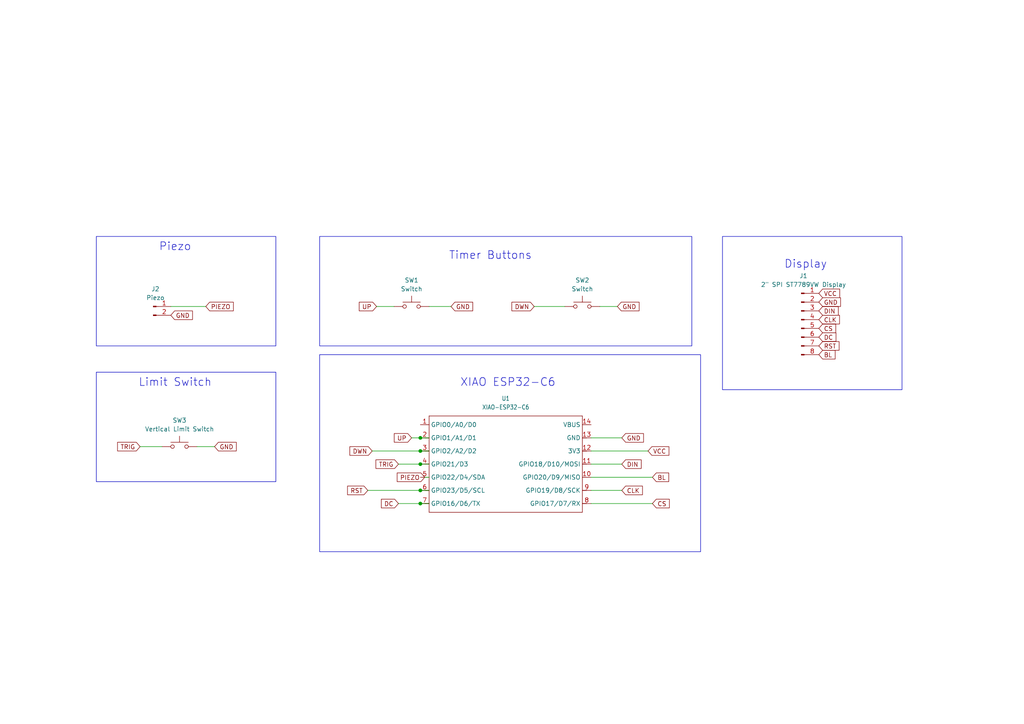
<source format=kicad_sch>
(kicad_sch (version 20231120) (generator "eeschema") (generator_version "8.0")
  (paper "A4")
  (lib_symbols
    (symbol "2{dblquote} SPI ST7789VW Display_1" (pin_names (offset 1.016) hide)
      (property "Reference" "J" (at 0 10.16 0))
      (property "Value" "2{dblquote} SPI ST7789VW Display" (at 0 -12.7 0))
      (symbol "2{dblquote} SPI ST7789VW Display_1_1_1"
        (polyline (pts (xy 1.27 -10.16) (xy 0.8636 -10.16)) (stroke (width 0.1524)))
        (polyline (pts (xy 1.27 -7.62) (xy 0.8636 -7.62)) (stroke (width 0.1524)))
        (polyline (pts (xy 1.27 -5.08) (xy 0.8636 -5.08)) (stroke (width 0.1524)))
        (polyline (pts (xy 1.27 -2.54) (xy 0.8636 -2.54)) (stroke (width 0.1524)))
        (polyline (pts (xy 1.27 0) (xy 0.8636 0)) (stroke (width 0.1524)))
        (polyline (pts (xy 1.27 2.54) (xy 0.8636 2.54)) (stroke (width 0.1524)))
        (polyline (pts (xy 1.27 5.08) (xy 0.8636 5.08)) (stroke (width 0.1524)))
        (polyline (pts (xy 1.27 7.62) (xy 0.8636 7.62)) (stroke (width 0.1524)))
        (rectangle (start 0.8636 -10.033) (end 0 -10.287) (stroke (width 0.1524)) (fill (type outline)))
        (rectangle (start 0.8636 -7.493) (end 0 -7.747) (stroke (width 0.1524)) (fill (type outline)))
        (rectangle (start 0.8636 -4.953) (end 0 -5.207) (stroke (width 0.1524)) (fill (type outline)))
        (rectangle (start 0.8636 -2.413) (end 0 -2.667) (stroke (width 0.1524)) (fill (type outline)))
        (rectangle (start 0.8636 0.127) (end 0 -0.127) (stroke (width 0.1524)) (fill (type outline)))
        (rectangle (start 0.8636 2.667) (end 0 2.413) (stroke (width 0.1524)) (fill (type outline)))
        (rectangle (start 0.8636 5.207) (end 0 4.953) (stroke (width 0.1524)) (fill (type outline)))
        (rectangle (start 0.8636 7.747) (end 0 7.493) (stroke (width 0.1524)) (fill (type outline)))
        (pin passive line (at 5.08 7.62 180) (length 3.81) (name "Pin_1") (number "1"))
        (pin passive line (at 5.08 5.08 180) (length 3.81) (name "Pin_2") (number "2"))
        (pin passive line (at 5.08 2.54 180) (length 3.81) (name "Pin_3") (number "3"))
        (pin passive line (at 5.08 0 180) (length 3.81) (name "Pin_4") (number "4"))
        (pin passive line (at 5.08 -2.54 180) (length 3.81) (name "Pin_5") (number "5"))
        (pin passive line (at 5.08 -5.08 180) (length 3.81) (name "Pin_6") (number "6"))
        (pin passive line (at 5.08 -7.62 180) (length 3.81) (name "Pin_7") (number "7"))
        (pin passive line (at 5.08 -10.16 180) (length 3.81) (name "Pin_8") (number "8"))
      )
    )
    (symbol "Connector:Conn_01x02_Pin" (pin_names (offset 1.016) hide)
      (property "Reference" "J" (at 0 2.54 0))
      (property "Value" "Conn_01x02_Pin" (at 0 -5.08 0))
      (symbol "Conn_01x02_Pin_1_1"
        (polyline (pts (xy 1.27 -2.54) (xy 0.8636 -2.54)) (stroke (width 0.1524)))
        (polyline (pts (xy 1.27 0) (xy 0.8636 0)) (stroke (width 0.1524)))
        (rectangle (start 0.8636 -2.413) (end 0 -2.667) (stroke (width 0.1524)) (fill (type outline)))
        (rectangle (start 0.8636 0.127) (end 0 -0.127) (stroke (width 0.1524)) (fill (type outline)))
        (pin passive line (at 5.08 0 180) (length 3.81) (name "Pin_1") (number "1"))
        (pin passive line (at 5.08 -2.54 180) (length 3.81) (name "Pin_2") (number "2"))
      )
    )
    (symbol "ScottoKeebs:Placeholder_Switch" (pin_numbers hide) (pin_names (offset 1.016) hide)
      (property "Reference" "SW" (at 1.27 2.54 0))
      (property "Value" "Switch" (at 0 -1.524 0))
      (symbol "Placeholder_Switch_0_1"
        (circle (center -2.032 0) (radius 0.508))
        (polyline (pts (xy 0 1.27) (xy 0 3.048)))
        (polyline (pts (xy 2.54 1.27) (xy -2.54 1.27)))
        (circle (center 2.032 0) (radius 0.508))
        (pin passive line (at -5.08 0 0) (length 2.54) (name "1") (number "1"))
        (pin passive line (at 5.08 0 180) (length 2.54) (name "2") (number "2"))
      )
    )
    (symbol "Seeed Studio:XIAO_ESP32-C6-DIP"
      (property "Reference" "U" (at -20.574 17.018 0))
      (property "Value" "XIAO-ESP32-C6" (at -15.24 14.986 0))
      (symbol "XIAO_ESP32-C6-DIP_1_0"
        (polyline (pts (xy -21.59 -13.97) (xy -21.59 0)) (stroke (width 0.1524)))
        (polyline (pts (xy -21.59 -11.43) (xy -22.86 -11.43)) (stroke (width 0.1524)))
        (polyline (pts (xy -21.59 -7.62) (xy -22.86 -7.62)) (stroke (width 0.1524)))
        (polyline (pts (xy -21.59 -3.81) (xy -22.86 -3.81)) (stroke (width 0.1524)))
        (polyline (pts (xy -21.59 0) (xy -22.86 0)) (stroke (width 0.1524)))
        (polyline (pts (xy -21.59 0) (xy -21.59 3.81)) (stroke (width 0.1524)))
        (polyline (pts (xy -21.59 3.81) (xy -22.86 3.81)) (stroke (width 0.1524)))
        (polyline (pts (xy -21.59 3.81) (xy -21.59 7.62)) (stroke (width 0.1524)))
        (polyline (pts (xy -21.59 7.62) (xy -22.86 7.62)) (stroke (width 0.1524)))
        (polyline (pts (xy -21.59 7.62) (xy -21.59 11.43)) (stroke (width 0.1524)))
        (polyline (pts (xy -21.59 11.43) (xy -22.86 11.43)) (stroke (width 0.1524)))
        (polyline (pts (xy -21.59 11.43) (xy -21.59 13.97)) (stroke (width 0.1524)))
        (polyline (pts (xy -21.59 13.97) (xy 22.86 13.97)) (stroke (width 0.1524)))
        (polyline (pts (xy 22.86 -13.97) (xy -21.59 -13.97)) (stroke (width 0.1524)))
        (polyline (pts (xy 22.86 3.81) (xy 22.86 -13.97)) (stroke (width 0.1524)))
        (polyline (pts (xy 22.86 7.62) (xy 22.86 3.81)) (stroke (width 0.1524)))
        (polyline (pts (xy 22.86 11.43) (xy 22.86 7.62)) (stroke (width 0.1524)))
        (polyline (pts (xy 22.86 13.97) (xy 22.86 11.43)) (stroke (width 0.1524)))
        (polyline (pts (xy 24.13 -11.43) (xy 22.86 -11.43)) (stroke (width 0.1524)))
        (polyline (pts (xy 24.13 -7.62) (xy 22.86 -7.62)) (stroke (width 0.1524)))
        (polyline (pts (xy 24.13 -3.81) (xy 22.86 -3.81)) (stroke (width 0.1524)))
        (polyline (pts (xy 24.13 0) (xy 22.86 0)) (stroke (width 0.1524)))
        (polyline (pts (xy 24.13 3.81) (xy 22.86 3.81)) (stroke (width 0.1524)))
        (polyline (pts (xy 24.13 7.62) (xy 22.86 7.62)) (stroke (width 0.1524)))
        (polyline (pts (xy 24.13 11.43) (xy 22.86 11.43)) (stroke (width 0.1524)))
        (pin passive line (at -24.13 11.43 0) (length 2.54) (name "GPIO0/A0/D0") (number "1"))
        (pin passive line (at 25.4 -3.81 180) (length 2.54) (name "GPIO20/D9/MISO") (number "10"))
        (pin passive line (at 25.4 0 180) (length 2.54) (name "GPIO18/D10/MOSI") (number "11"))
        (pin passive line (at 25.4 3.81 180) (length 2.54) (name "3V3") (number "12"))
        (pin passive line (at 25.4 7.62 180) (length 2.54) (name "GND") (number "13"))
        (pin passive line (at 25.4 11.43 180) (length 2.54) (name "VBUS") (number "14"))
        (pin passive line (at -24.13 7.62 0) (length 2.54) (name "GPIO1/A1/D1") (number "2"))
        (pin passive line (at -24.13 3.81 0) (length 2.54) (name "GPIO2/A2/D2") (number "3"))
        (pin passive line (at -24.13 0 0) (length 2.54) (name "GPIO21/D3") (number "4"))
        (pin passive line (at -24.13 -3.81 0) (length 2.54) (name "GPIO22/D4/SDA") (number "5"))
        (pin passive line (at -24.13 -7.62 0) (length 2.54) (name "GPIO23/D5/SCL") (number "6"))
        (pin passive line (at -24.13 -11.43 0) (length 2.54) (name "GPIO16/D6/TX") (number "7"))
        (pin passive line (at 25.4 -11.43 180) (length 2.54) (name "GPIO17/D7/RX") (number "8"))
        (pin passive line (at 25.4 -7.62 180) (length 2.54) (name "GPIO19/D8/SCK") (number "9"))
      )
    )
  )
  (junction (at 121.92 127))
  (junction (at 121.92 146.05))
  (junction (at 121.92 130.81))
  (junction (at 121.92 142.24))
  (junction (at 121.92 134.62))
  (wire (pts (xy 171.45 130.81) (xy 187.96 130.81)))
  (wire (pts (xy 115.57 134.62) (xy 121.92 134.62)))
  (wire (pts (xy 173.99 88.9) (xy 179.07 88.9)))
  (wire (pts (xy 59.69 88.9) (xy 49.53 88.9)))
  (wire (pts (xy 123.19 138.43) (xy 124.46 138.43)))
  (wire (pts (xy 109.22 88.9) (xy 114.3 88.9)))
  (wire (pts (xy 154.94 88.9) (xy 163.83 88.9)))
  (wire (pts (xy 40.64 129.54) (xy 46.99 129.54)))
  (wire (pts (xy 121.92 142.24) (xy 124.46 142.24)))
  (wire (pts (xy 57.15 129.54) (xy 62.23 129.54)))
  (wire (pts (xy 121.92 146.05) (xy 124.46 146.05)))
  (wire (pts (xy 121.92 130.81) (xy 124.46 130.81)))
  (wire (pts (xy 115.57 146.05) (xy 121.92 146.05)))
  (wire (pts (xy 124.46 88.9) (xy 130.81 88.9)))
  (wire (pts (xy 171.45 138.43) (xy 189.23 138.43)))
  (wire (pts (xy 171.45 127) (xy 180.34 127)))
  (wire (pts (xy 121.92 127) (xy 124.46 127)))
  (wire (pts (xy 171.45 146.05) (xy 189.23 146.05)))
  (wire (pts (xy 119.38 127) (xy 121.92 127)))
  (wire (pts (xy 171.45 142.24) (xy 180.34 142.24)))
  (wire (pts (xy 107.95 130.81) (xy 121.92 130.81)))
  (wire (pts (xy 121.92 134.62) (xy 124.46 134.62)))
  (wire (pts (xy 171.45 134.62) (xy 180.34 134.62)))
  (wire (pts (xy 106.68 142.24) (xy 121.92 142.24)))
  (rectangle (start 209.55 68.58) (end 261.62 113.03))
  (rectangle (start 92.71 68.58) (end 200.66 100.33))
  (rectangle (start 92.71 102.87) (end 203.2 160.02))
  (rectangle (start 27.94 107.95) (end 80.01 139.7))
  (rectangle (start 27.94 68.58) (end 80.01 100.33))
  (text "XIAO ESP32-C6" (at 147.32 110.998 0) (effects (font (size 2.286 2.286))))
  (text "Piezo\n" (at 50.8 71.628 0) (effects (font (size 2.286 2.286))))
  (text "Limit Switch\n" (at 50.8 110.998 0) (effects (font (size 2.286 2.286))))
  (text "Timer Buttons\n" (at 142.24 74.168 0) (effects (font (size 2.286 2.286))))
  (text "Display" (at 233.68 76.708 0) (effects (font (size 2.286 2.286))))
  (global_label "TRIG" (shape input) (at 40.64 129.54 180) (property "Intersheetrefs" "${INTERSHEET_REFS}" (effects (hide yes))))
  (global_label "CS" (shape input) (at 237.49 95.25 0) (property "Intersheetrefs" "${INTERSHEET_REFS}" (effects (hide yes))))
  (global_label "CS" (shape input) (at 189.23 146.05 0) (property "Intersheetrefs" "${INTERSHEET_REFS}" (effects (hide yes))))
  (global_label "RST" (shape input) (at 106.68 142.24 180) (property "Intersheetrefs" "${INTERSHEET_REFS}" (effects (hide yes))))
  (global_label "BL" (shape input) (at 189.23 138.43 0) (property "Intersheetrefs" "${INTERSHEET_REFS}" (effects (hide yes))))
  (global_label "GND" (shape input) (at 179.07 88.9 0) (property "Intersheetrefs" "${INTERSHEET_REFS}" (effects (hide yes))))
  (global_label "GND" (shape input) (at 237.49 87.63 0) (property "Intersheetrefs" "${INTERSHEET_REFS}" (effects (hide yes))))
  (global_label "GND" (shape input) (at 49.53 91.44 0) (property "Intersheetrefs" "${INTERSHEET_REFS}" (effects (hide yes))))
  (global_label "TRIG" (shape input) (at 115.57 134.62 180) (property "Intersheetrefs" "${INTERSHEET_REFS}" (effects (hide yes))))
  (global_label "DIN" (shape input) (at 180.34 134.62 0) (property "Intersheetrefs" "${INTERSHEET_REFS}" (effects (hide yes))))
  (global_label "GND" (shape input) (at 130.81 88.9 0) (property "Intersheetrefs" "${INTERSHEET_REFS}" (effects (hide yes))))
  (global_label "DC" (shape input) (at 115.57 146.05 180) (property "Intersheetrefs" "${INTERSHEET_REFS}" (effects (hide yes))))
  (global_label "PIEZO" (shape input) (at 59.69 88.9 0) (property "Intersheetrefs" "${INTERSHEET_REFS}" (effects (hide yes))))
  (global_label "GND" (shape input) (at 62.23 129.54 0) (property "Intersheetrefs" "${INTERSHEET_REFS}" (effects (hide yes))))
  (global_label "VCC" (shape input) (at 187.96 130.81 0) (property "Intersheetrefs" "${INTERSHEET_REFS}" (effects (hide yes))))
  (global_label "RST" (shape input) (at 237.49 100.33 0) (property "Intersheetrefs" "${INTERSHEET_REFS}" (effects (hide yes))))
  (global_label "GND" (shape input) (at 180.34 127 0) (property "Intersheetrefs" "${INTERSHEET_REFS}" (effects (hide yes))))
  (global_label "DC" (shape input) (at 237.49 97.79 0) (property "Intersheetrefs" "${INTERSHEET_REFS}" (effects (hide yes))))
  (global_label "DWN" (shape input) (at 154.94 88.9 180) (property "Intersheetrefs" "${INTERSHEET_REFS}" (effects (hide yes))))
  (global_label "DWN" (shape input) (at 107.95 130.81 180) (property "Intersheetrefs" "${INTERSHEET_REFS}" (effects (hide yes))))
  (global_label "DIN" (shape input) (at 237.49 90.17 0) (property "Intersheetrefs" "${INTERSHEET_REFS}" (effects (hide yes))))
  (global_label "UP" (shape input) (at 119.38 127 180) (property "Intersheetrefs" "${INTERSHEET_REFS}" (effects (hide yes))))
  (global_label "VCC" (shape input) (at 237.49 85.09 0) (property "Intersheetrefs" "${INTERSHEET_REFS}" (effects (hide yes))))
  (global_label "CLK" (shape input) (at 180.34 142.24 0) (property "Intersheetrefs" "${INTERSHEET_REFS}" (effects (hide yes))))
  (global_label "CLK" (shape input) (at 237.49 92.71 0) (property "Intersheetrefs" "${INTERSHEET_REFS}" (effects (hide yes))))
  (global_label "BL" (shape input) (at 237.49 102.87 0) (property "Intersheetrefs" "${INTERSHEET_REFS}" (effects (hide yes))))
  (global_label "UP" (shape input) (at 109.22 88.9 180) (property "Intersheetrefs" "${INTERSHEET_REFS}" (effects (hide yes))))
  (global_label "PIEZO" (shape input) (at 123.19 138.43 180) (property "Intersheetrefs" "${INTERSHEET_REFS}" (effects (hide yes))))
  (symbol (lib_id "Seeed Studio:XIAO_ESP32-C6-DIP") (at 146.05 134.62 0) (unit 1)
    (property "Reference" "U1" (at 146.685 115.57 0) (effects (font (size 1.27 1.0795))))
    (property "Value" "XIAO-ESP32-C6" (at 146.685 118.11 0) (effects (font (size 1.27 1.0795))))
    (property "Footprint" "Seeed Studio XIAO Series Library:XIAO-ESP32C6-DIP" (effects (hide yes)))
    (property "SKU" "XIAO-DIP" (effects (hide yes)))
  )
  (symbol (lib_id "ScottoKeebs:Placeholder_Switch") (at 52.07 129.54 0) (unit 1)
    (property "Reference" "SW3" (at 52.07 121.92 0))
    (property "Value" "Vertical Limit Switch" (at 52.07 124.46 0))
    (property "Footprint" "custom-library:Vertical Switch" (effects (hide yes)))
    (property "Description" "Push button switch, generic, two pins" (effects (hide yes)))
  )
  (symbol (lib_name "2{dblquote} SPI ST7789VW Display_1") (lib_id "custom_library:2{dblquote} SPI ST7789VW Display") (at 232.41 92.71 0) (unit 1)
    (property "Reference" "J1" (at 233.045 80.01 0))
    (property "Value" "2\" SPI ST7789VW Display" (at 233.045 82.55 0))
    (property "Footprint" "custom-library:8-pin pads" (effects (hide yes)))
    (property "Description" "Generic connector, single row, 01x08, script generated" (effects (hide yes)))
  )
  (symbol (lib_id "ScottoKeebs:Placeholder_Switch") (at 168.91 88.9 0) (unit 1)
    (property "Reference" "SW2" (at 168.91 81.28 0))
    (property "Value" "Switch" (at 168.91 83.82 0))
    (property "Footprint" "custom-library:2-pin pads" (effects (hide yes)))
    (property "Description" "Push button switch, generic, two pins" (effects (hide yes)))
  )
  (symbol (lib_id "Connector:Conn_01x02_Pin") (at 44.45 88.9 0) (unit 1)
    (property "Reference" "J2" (at 45.085 83.82 0))
    (property "Value" "Piezo" (at 45.085 86.36 0))
    (property "Footprint" "custom-library:Buzzer" (effects (hide yes)))
    (property "Description" "Generic connector, single row, 01x02, script generated" (effects (hide yes)))
  )
  (symbol (lib_id "ScottoKeebs:Placeholder_Switch") (at 119.38 88.9 0) (unit 1)
    (property "Reference" "SW1" (at 119.38 81.28 0))
    (property "Value" "Switch" (at 119.38 83.82 0))
    (property "Footprint" "custom-library:2-pin pads" (effects (hide yes)))
    (property "Description" "Push button switch, generic, two pins" (effects (hide yes)))
  )
)
</source>
